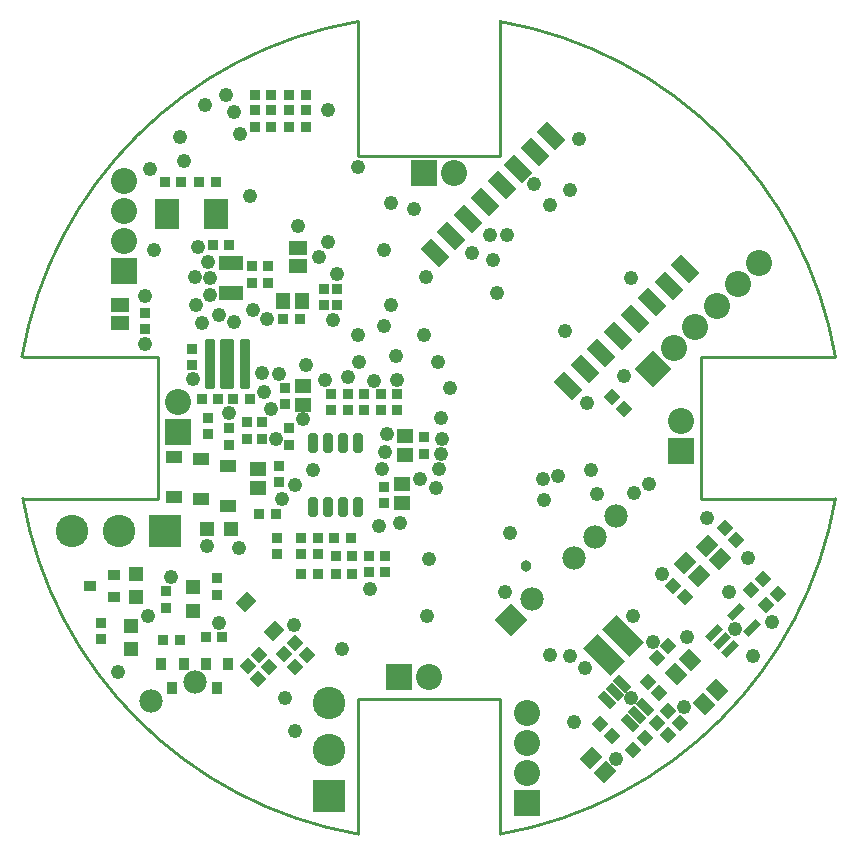
<source format=gts>
G04 Layer_Color=8388736*
%FSAX25Y25*%
%MOIN*%
G70*
G01*
G75*
%ADD41C,0.01000*%
%ADD80P,0.05374X4X180.0*%
G04:AMPARAMS|DCode=81|XSize=48mil|YSize=58mil|CornerRadius=0mil|HoleSize=0mil|Usage=FLASHONLY|Rotation=135.000|XOffset=0mil|YOffset=0mil|HoleType=Round|Shape=Rectangle|*
%AMROTATEDRECTD81*
4,1,4,0.03748,0.00353,-0.00353,-0.03748,-0.03748,-0.00353,0.00353,0.03748,0.03748,0.00353,0.0*
%
%ADD81ROTATEDRECTD81*%

%ADD82P,0.05374X4X90.0*%
G04:AMPARAMS|DCode=83|XSize=28mil|YSize=58mil|CornerRadius=0mil|HoleSize=0mil|Usage=FLASHONLY|Rotation=135.000|XOffset=0mil|YOffset=0mil|HoleType=Round|Shape=Rectangle|*
%AMROTATEDRECTD83*
4,1,4,0.03041,0.01061,-0.01061,-0.03041,-0.03041,-0.01061,0.01061,0.03041,0.03041,0.01061,0.0*
%
%ADD83ROTATEDRECTD83*%

G04:AMPARAMS|DCode=84|XSize=48mil|YSize=58mil|CornerRadius=0mil|HoleSize=0mil|Usage=FLASHONLY|Rotation=45.000|XOffset=0mil|YOffset=0mil|HoleType=Round|Shape=Rectangle|*
%AMROTATEDRECTD84*
4,1,4,0.00353,-0.03748,-0.03748,0.00353,-0.00353,0.03748,0.03748,-0.00353,0.00353,-0.03748,0.0*
%
%ADD84ROTATEDRECTD84*%

G04:AMPARAMS|DCode=85|XSize=68mil|YSize=128mil|CornerRadius=0mil|HoleSize=0mil|Usage=FLASHONLY|Rotation=45.000|XOffset=0mil|YOffset=0mil|HoleType=Round|Shape=Rectangle|*
%AMROTATEDRECTD85*
4,1,4,0.02121,-0.06930,-0.06930,0.02121,-0.02121,0.06930,0.06930,-0.02121,0.02121,-0.06930,0.0*
%
%ADD85ROTATEDRECTD85*%

%ADD86R,0.04343X0.03556*%
%ADD87R,0.04737X0.04737*%
%ADD88R,0.03800X0.03800*%
G04:AMPARAMS|DCode=89|XSize=43.43mil|YSize=55.24mil|CornerRadius=0mil|HoleSize=0mil|Usage=FLASHONLY|Rotation=135.000|XOffset=0mil|YOffset=0mil|HoleType=Round|Shape=Rectangle|*
%AMROTATEDRECTD89*
4,1,4,0.03489,0.00418,-0.00418,-0.03489,-0.03489,-0.00418,0.00418,0.03489,0.03489,0.00418,0.0*
%
%ADD89ROTATEDRECTD89*%

G04:AMPARAMS|DCode=90|XSize=55.24mil|YSize=43.43mil|CornerRadius=0mil|HoleSize=0mil|Usage=FLASHONLY|Rotation=225.000|XOffset=0mil|YOffset=0mil|HoleType=Round|Shape=Rectangle|*
%AMROTATEDRECTD90*
4,1,4,0.00418,0.03489,0.03489,0.00418,-0.00418,-0.03489,-0.03489,-0.00418,0.00418,0.03489,0.0*
%
%ADD90ROTATEDRECTD90*%

%ADD91R,0.03800X0.03800*%
%ADD92R,0.03556X0.04343*%
%ADD93R,0.05800X0.04800*%
%ADD94R,0.06312X0.05131*%
%ADD95R,0.05524X0.04343*%
%ADD96R,0.05524X0.04343*%
%ADD97R,0.04737X0.04737*%
G04:AMPARAMS|DCode=98|XSize=31.62mil|YSize=65.09mil|CornerRadius=6.01mil|HoleSize=0mil|Usage=FLASHONLY|Rotation=180.000|XOffset=0mil|YOffset=0mil|HoleType=Round|Shape=RoundedRectangle|*
%AMROUNDEDRECTD98*
21,1,0.03162,0.05307,0,0,180.0*
21,1,0.01961,0.06509,0,0,180.0*
1,1,0.01202,-0.00980,0.02653*
1,1,0.01202,0.00980,0.02653*
1,1,0.01202,0.00980,-0.02653*
1,1,0.01202,-0.00980,-0.02653*
%
%ADD98ROUNDEDRECTD98*%
G04:AMPARAMS|DCode=99|XSize=35.56mil|YSize=169.42mil|CornerRadius=5.93mil|HoleSize=0mil|Usage=FLASHONLY|Rotation=0.000|XOffset=0mil|YOffset=0mil|HoleType=Round|Shape=RoundedRectangle|*
%AMROUNDEDRECTD99*
21,1,0.03556,0.15756,0,0,0.0*
21,1,0.02370,0.16942,0,0,0.0*
1,1,0.01186,0.01185,-0.07878*
1,1,0.01186,-0.01185,-0.07878*
1,1,0.01186,-0.01185,0.07878*
1,1,0.01186,0.01185,0.07878*
%
%ADD99ROUNDEDRECTD99*%
G04:AMPARAMS|DCode=100|XSize=47.37mil|YSize=169.42mil|CornerRadius=5.97mil|HoleSize=0mil|Usage=FLASHONLY|Rotation=0.000|XOffset=0mil|YOffset=0mil|HoleType=Round|Shape=RoundedRectangle|*
%AMROUNDEDRECTD100*
21,1,0.04737,0.15748,0,0,0.0*
21,1,0.03543,0.16942,0,0,0.0*
1,1,0.01194,0.01772,-0.07874*
1,1,0.01194,-0.01772,-0.07874*
1,1,0.01194,-0.01772,0.07874*
1,1,0.01194,0.01772,0.07874*
%
%ADD100ROUNDEDRECTD100*%
%ADD101R,0.04800X0.05800*%
%ADD102R,0.08280X0.05131*%
%ADD103R,0.08280X0.10249*%
G04:AMPARAMS|DCode=104|XSize=86.74mil|YSize=47.37mil|CornerRadius=0mil|HoleSize=0mil|Usage=FLASHONLY|Rotation=315.000|XOffset=0mil|YOffset=0mil|HoleType=Round|Shape=Rectangle|*
%AMROTATEDRECTD104*
4,1,4,-0.04741,0.01392,-0.01392,0.04741,0.04741,-0.01392,0.01392,-0.04741,-0.04741,0.01392,0.0*
%
%ADD104ROTATEDRECTD104*%

G04:AMPARAMS|DCode=105|XSize=32mil|YSize=58mil|CornerRadius=0mil|HoleSize=0mil|Usage=FLASHONLY|Rotation=225.000|XOffset=0mil|YOffset=0mil|HoleType=Round|Shape=Rectangle|*
%AMROTATEDRECTD105*
4,1,4,-0.00919,0.03182,0.03182,-0.00919,0.00919,-0.03182,-0.03182,0.00919,-0.00919,0.03182,0.0*
%
%ADD105ROTATEDRECTD105*%

%ADD106C,0.10800*%
%ADD107R,0.10800X0.10800*%
%ADD108C,0.08674*%
%ADD109R,0.08674X0.08674*%
%ADD110P,0.12267X4X90.0*%
%ADD111R,0.10800X0.10800*%
%ADD112R,0.08674X0.08674*%
%ADD113C,0.07800*%
%ADD114P,0.11031X4X90.0*%
%ADD115C,0.04800*%
%ADD116C,0.03800*%
G54D41*
X1844094Y0452756D02*
G03*
X1732284Y0564567I-0135433J-0023622D01*
G01*
X1685039D02*
G03*
X1572912Y0452811I0023228J-0135433D01*
G01*
X1573228Y0405512D02*
G03*
X1685039Y0293701I0135433J0023622D01*
G01*
X1732284D02*
G03*
X1844094Y0405512I-0023622J0135433D01*
G01*
X1732284Y0519685D02*
Y0564567D01*
X1685039Y0519685D02*
X1732284D01*
X1685039D02*
Y0564567D01*
Y0293701D02*
Y0338583D01*
X1732284D01*
Y0293701D02*
Y0338583D01*
X1799213Y0405512D02*
X1844094D01*
X1799213D02*
Y0452756D01*
X1844094D01*
X1573228Y0452756D02*
X1618110D01*
Y0405512D02*
Y0452756D01*
X1573228Y0405512D02*
X1618110D01*
G54D80*
X1811024Y0391732D02*
D03*
X1807134Y0395621D02*
D03*
X1793889Y0372611D02*
D03*
X1790000Y0376500D02*
D03*
X1785385Y0340599D02*
D03*
X1781496Y0344488D02*
D03*
X1788386Y0334646D02*
D03*
X1792275Y0330757D02*
D03*
X1788386Y0326772D02*
D03*
X1784497Y0330661D02*
D03*
X1765611Y0330389D02*
D03*
X1769500Y0326500D02*
D03*
X1773500Y0435500D02*
D03*
X1769611Y0439389D02*
D03*
G54D81*
X1801181Y0389764D02*
D03*
X1805707Y0385238D02*
D03*
X1794100Y0384200D02*
D03*
X1798626Y0379675D02*
D03*
X1767137Y0314463D02*
D03*
X1762611Y0318989D02*
D03*
G54D82*
X1819834Y0378889D02*
D03*
X1815945Y0375000D02*
D03*
X1824889Y0373889D02*
D03*
X1821000Y0370000D02*
D03*
X1784497Y0352410D02*
D03*
X1788386Y0356299D02*
D03*
X1776575Y0321850D02*
D03*
X1780464Y0325740D02*
D03*
X1652000Y0353500D02*
D03*
X1648111Y0349611D02*
D03*
X1655389Y0349389D02*
D03*
X1651500Y0345500D02*
D03*
X1660111Y0353611D02*
D03*
X1664000Y0357500D02*
D03*
Y0349500D02*
D03*
X1667889Y0353389D02*
D03*
G54D83*
X1810823Y0367689D02*
D03*
X1806368Y0358002D02*
D03*
X1809055Y0355315D02*
D03*
X1803752Y0360618D02*
D03*
X1816126Y0362386D02*
D03*
G54D84*
X1795475Y0351577D02*
D03*
X1790950Y0347052D02*
D03*
X1804637Y0341637D02*
D03*
X1800111Y0337111D02*
D03*
G54D85*
X1767000Y0353500D02*
D03*
X1773364Y0359864D02*
D03*
G54D86*
X1603500Y0380180D02*
D03*
Y0372700D02*
D03*
X1595500Y0376500D02*
D03*
G54D87*
X1611000Y0380500D02*
D03*
Y0372626D02*
D03*
X1609252Y0363189D02*
D03*
Y0355315D02*
D03*
X1629921Y0375984D02*
D03*
Y0368110D02*
D03*
G54D88*
X1599409Y0358673D02*
D03*
Y0364173D02*
D03*
X1637795Y0378937D02*
D03*
Y0373437D02*
D03*
X1621063Y0369094D02*
D03*
Y0374594D02*
D03*
X1693500Y0404000D02*
D03*
X1693500Y0409500D02*
D03*
X1698000Y0440500D02*
D03*
X1698000Y0435000D02*
D03*
X1692500Y0440500D02*
D03*
Y0435000D02*
D03*
X1687000D02*
D03*
Y0440500D02*
D03*
X1642000Y0423500D02*
D03*
Y0429000D02*
D03*
X1635000Y0432500D02*
D03*
Y0427000D02*
D03*
X1658500Y0416500D02*
D03*
X1658500Y0411000D02*
D03*
X1688500Y0381000D02*
D03*
X1688500Y0386500D02*
D03*
X1694000Y0381000D02*
D03*
Y0386500D02*
D03*
X1658000Y0387000D02*
D03*
Y0392500D02*
D03*
X1648000Y0425500D02*
D03*
X1648000Y0431000D02*
D03*
X1653000Y0425500D02*
D03*
X1653000Y0431000D02*
D03*
X1662000Y0423500D02*
D03*
X1662000Y0429000D02*
D03*
X1660500Y0437000D02*
D03*
Y0442500D02*
D03*
X1614000Y0462000D02*
D03*
Y0467500D02*
D03*
X1629500Y0450000D02*
D03*
X1629500Y0455500D02*
D03*
X1673500Y0470000D02*
D03*
Y0475500D02*
D03*
X1678000D02*
D03*
Y0470000D02*
D03*
X1707000Y0426000D02*
D03*
X1707000Y0420500D02*
D03*
G54D89*
X1657000Y0361500D02*
D03*
G54D90*
X1647525Y0370975D02*
D03*
G54D91*
X1620079Y0358268D02*
D03*
X1625579D02*
D03*
X1634264Y0359252D02*
D03*
X1639764D02*
D03*
X1681500Y0440500D02*
D03*
X1676000D02*
D03*
Y0435000D02*
D03*
X1681500Y0435000D02*
D03*
X1677000Y0392500D02*
D03*
X1682500D02*
D03*
X1683000Y0386500D02*
D03*
X1677500D02*
D03*
X1677500Y0380500D02*
D03*
X1683000D02*
D03*
X1671500Y0392500D02*
D03*
X1666000D02*
D03*
Y0387000D02*
D03*
X1671500D02*
D03*
X1666000Y0380500D02*
D03*
X1671500D02*
D03*
X1657500Y0400500D02*
D03*
X1652000Y0400500D02*
D03*
X1660000Y0465500D02*
D03*
X1665500Y0465500D02*
D03*
X1649500Y0477500D02*
D03*
X1655000D02*
D03*
X1649500Y0483000D02*
D03*
X1655000D02*
D03*
X1642000Y0490000D02*
D03*
X1636500D02*
D03*
X1620500Y0511000D02*
D03*
X1626000D02*
D03*
X1637500D02*
D03*
X1632000D02*
D03*
X1656000Y0535000D02*
D03*
X1650500D02*
D03*
X1662000Y0540000D02*
D03*
X1667500D02*
D03*
X1662000Y0535000D02*
D03*
X1667500D02*
D03*
X1662000Y0529500D02*
D03*
X1667500D02*
D03*
X1656000D02*
D03*
X1650500D02*
D03*
X1656000Y0540000D02*
D03*
X1650500D02*
D03*
X1632903Y0438651D02*
D03*
X1638403D02*
D03*
X1648825D02*
D03*
X1643324D02*
D03*
G54D92*
X1619351Y0350520D02*
D03*
X1626831D02*
D03*
X1623031Y0342520D02*
D03*
X1634115Y0350520D02*
D03*
X1641595D02*
D03*
X1637795Y0342520D02*
D03*
G54D93*
X1699500Y0410500D02*
D03*
Y0404100D02*
D03*
X1700500Y0420000D02*
D03*
Y0426400D02*
D03*
X1651500Y0409150D02*
D03*
Y0415550D02*
D03*
X1666500Y0436650D02*
D03*
Y0443050D02*
D03*
G54D94*
X1665000Y0488953D02*
D03*
Y0483047D02*
D03*
X1605500Y0469953D02*
D03*
Y0464047D02*
D03*
G54D95*
X1641500Y0403000D02*
D03*
X1623500Y0419400D02*
D03*
X1632500Y0418900D02*
D03*
G54D96*
X1641500Y0416400D02*
D03*
X1623500Y0406000D02*
D03*
X1632500Y0405500D02*
D03*
G54D97*
X1634626Y0395500D02*
D03*
X1642500D02*
D03*
G54D98*
X1685000Y0424228D02*
D03*
X1680000D02*
D03*
X1675000D02*
D03*
X1670000D02*
D03*
X1685000Y0402772D02*
D03*
X1680000D02*
D03*
X1675000D02*
D03*
X1670000D02*
D03*
G54D99*
X1647311Y0450500D02*
D03*
X1635500D02*
D03*
G54D100*
X1641405D02*
D03*
G54D101*
X1660000Y0471500D02*
D03*
X1666400Y0471500D02*
D03*
G54D102*
X1642500Y0483921D02*
D03*
X1642500Y0474079D02*
D03*
G54D103*
X1621429Y0500500D02*
D03*
X1637571D02*
D03*
G54D104*
X1716086Y0493162D02*
D03*
X1721626Y0498702D02*
D03*
X1727222Y0504298D02*
D03*
X1732901Y0509977D02*
D03*
X1738385Y0515461D02*
D03*
X1743953Y0521029D02*
D03*
X1749437Y0526513D02*
D03*
X1794063Y0482055D02*
D03*
X1788551Y0476543D02*
D03*
X1782927Y0470919D02*
D03*
X1777415Y0465407D02*
D03*
X1771680Y0459672D02*
D03*
X1766057Y0454049D02*
D03*
X1760600Y0448593D02*
D03*
X1754921Y0442913D02*
D03*
X1710490Y0487567D02*
D03*
G54D105*
X1778087Y0333401D02*
D03*
X1770450Y0341038D02*
D03*
X1775442Y0330757D02*
D03*
X1780732Y0336046D02*
D03*
X1773095Y0343683D02*
D03*
X1767806Y0338393D02*
D03*
G54D106*
X1589567Y0394685D02*
D03*
X1605167D02*
D03*
X1675197Y0337450D02*
D03*
Y0321850D02*
D03*
G54D107*
X1620767Y0394685D02*
D03*
G54D108*
X1607000Y0511500D02*
D03*
Y0501500D02*
D03*
Y0491500D02*
D03*
X1790354Y0455709D02*
D03*
X1797425Y0462780D02*
D03*
X1804497Y0469851D02*
D03*
X1811567Y0476922D02*
D03*
X1818639Y0483993D02*
D03*
X1708555Y0346000D02*
D03*
X1716987Y0514000D02*
D03*
X1792500Y0431500D02*
D03*
X1625015Y0437638D02*
D03*
X1741142Y0313976D02*
D03*
Y0323976D02*
D03*
Y0333976D02*
D03*
G54D109*
X1607000Y0481500D02*
D03*
X1792500Y0421500D02*
D03*
X1625015Y0427638D02*
D03*
X1741142Y0303976D02*
D03*
G54D110*
X1783283Y0448638D02*
D03*
G54D111*
X1675197Y0306250D02*
D03*
G54D112*
X1698555Y0346000D02*
D03*
X1706987Y0514000D02*
D03*
G54D113*
X1770809Y0399746D02*
D03*
X1763849Y0392787D02*
D03*
X1756890Y0385827D02*
D03*
X1743082Y0372019D02*
D03*
X1630500Y0344500D02*
D03*
X1616000Y0338000D02*
D03*
G54D114*
X1736011Y0364948D02*
D03*
G54D115*
X1730000Y0485000D02*
D03*
X1650000Y0468500D02*
D03*
X1643500Y0464500D02*
D03*
X1690200Y0444700D02*
D03*
X1698000Y0445100D02*
D03*
X1814961Y0385827D02*
D03*
X1693500Y0488500D02*
D03*
X1707500Y0479500D02*
D03*
X1771100Y0318900D02*
D03*
X1776100Y0339200D02*
D03*
X1783275Y0357725D02*
D03*
X1801181Y0398981D02*
D03*
X1786300Y0380400D02*
D03*
X1633800Y0536600D02*
D03*
X1674800Y0535000D02*
D03*
X1613900Y0473100D02*
D03*
X1605000Y0347800D02*
D03*
X1622500Y0379300D02*
D03*
X1638700Y0364000D02*
D03*
X1615000Y0366500D02*
D03*
X1731200Y0474100D02*
D03*
X1761300Y0437300D02*
D03*
X1773500Y0446500D02*
D03*
X1667500Y0450000D02*
D03*
X1685400Y0451000D02*
D03*
X1645400Y0389000D02*
D03*
X1762600Y0415200D02*
D03*
X1735600Y0394100D02*
D03*
X1638629Y0466871D02*
D03*
X1631000Y0470000D02*
D03*
X1630500Y0479454D02*
D03*
X1633000Y0464000D02*
D03*
X1689000Y0375500D02*
D03*
X1734000Y0374500D02*
D03*
X1708000Y0366500D02*
D03*
X1659500Y0405500D02*
D03*
X1663985Y0409985D02*
D03*
X1747000Y0405000D02*
D03*
X1693000Y0415500D02*
D03*
X1712000D02*
D03*
X1705500Y0412000D02*
D03*
X1694000Y0421000D02*
D03*
X1694500Y0427000D02*
D03*
X1711000Y0409000D02*
D03*
X1751500Y0413000D02*
D03*
X1692000Y0396500D02*
D03*
X1729000Y0493500D02*
D03*
X1734500D02*
D03*
X1696000Y0504000D02*
D03*
X1703500Y0502000D02*
D03*
X1697500Y0452960D02*
D03*
X1630000Y0445500D02*
D03*
X1649000Y0506500D02*
D03*
X1627000Y0518000D02*
D03*
X1685000Y0460000D02*
D03*
X1676500Y0465000D02*
D03*
X1776000Y0479000D02*
D03*
X1723000Y0487500D02*
D03*
X1758500Y0525500D02*
D03*
X1749000Y0503500D02*
D03*
X1743500Y0510346D02*
D03*
X1755500Y0508500D02*
D03*
X1754000Y0461500D02*
D03*
X1642000Y0434000D02*
D03*
X1670000Y0415000D02*
D03*
X1708500Y0385500D02*
D03*
X1712500Y0420500D02*
D03*
X1699000Y0397500D02*
D03*
X1713000Y0425500D02*
D03*
X1665000Y0496500D02*
D03*
X1654500Y0465500D02*
D03*
X1685000Y0516000D02*
D03*
X1645500Y0527000D02*
D03*
X1643500Y0534500D02*
D03*
X1641000Y0540000D02*
D03*
X1615500Y0515500D02*
D03*
X1625500Y0526000D02*
D03*
X1614000Y0457000D02*
D03*
X1631500Y0489500D02*
D03*
X1617000Y0488500D02*
D03*
X1635500Y0473500D02*
D03*
Y0479000D02*
D03*
X1666500Y0432000D02*
D03*
X1658500Y0447000D02*
D03*
X1656000Y0435500D02*
D03*
X1653500Y0441000D02*
D03*
X1653000Y0447500D02*
D03*
X1657500Y0425500D02*
D03*
X1634626Y0389874D02*
D03*
X1663500Y0363500D02*
D03*
X1660500Y0339000D02*
D03*
X1664000Y0328000D02*
D03*
X1776500Y0366500D02*
D03*
X1760500Y0349000D02*
D03*
X1808500Y0374500D02*
D03*
X1793500Y0336000D02*
D03*
X1816500Y0353000D02*
D03*
X1810500Y0362000D02*
D03*
X1755500Y0353000D02*
D03*
X1749000Y0353500D02*
D03*
X1823000Y0364500D02*
D03*
X1794500Y0359500D02*
D03*
X1757000Y0331000D02*
D03*
X1678000Y0480500D02*
D03*
X1635000Y0484500D02*
D03*
X1746500Y0412000D02*
D03*
X1777000Y0407500D02*
D03*
X1715500Y0442500D02*
D03*
X1675000Y0491000D02*
D03*
X1696000Y0470000D02*
D03*
X1672000Y0486000D02*
D03*
X1693500Y0463000D02*
D03*
X1782000Y0410500D02*
D03*
X1712500Y0432500D02*
D03*
X1674000Y0445000D02*
D03*
X1681500Y0446000D02*
D03*
X1711500Y0451000D02*
D03*
X1764500Y0407000D02*
D03*
X1707000Y0460000D02*
D03*
X1679500Y0355500D02*
D03*
G54D116*
X1741000Y0383000D02*
D03*
M02*

</source>
